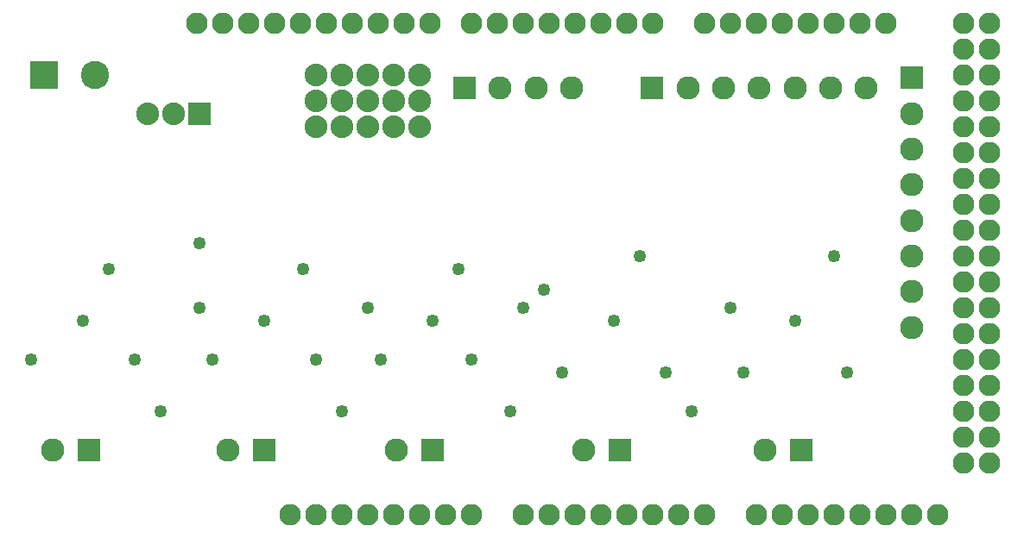
<source format=gbs>
G04 MADE WITH FRITZING*
G04 WWW.FRITZING.ORG*
G04 DOUBLE SIDED*
G04 HOLES PLATED*
G04 CONTOUR ON CENTER OF CONTOUR VECTOR*
%ASAXBY*%
%FSLAX23Y23*%
%MOIN*%
%OFA0B0*%
%SFA1.0B1.0*%
%ADD10C,0.088000*%
%ADD11C,0.090000*%
%ADD12C,0.082917*%
%ADD13C,0.109055*%
%ADD14C,0.049370*%
%ADD15R,0.090000X0.090000*%
%ADD16R,0.088000X0.088000*%
%ADD17R,0.109055X0.109055*%
%LNMASK0*%
G90*
G70*
G54D10*
X1500Y1807D03*
X1500Y1707D03*
X1500Y1607D03*
X1200Y1807D03*
X1200Y1707D03*
X1200Y1607D03*
X1300Y1807D03*
X1300Y1707D03*
X1300Y1607D03*
X1400Y1807D03*
X1400Y1707D03*
X1400Y1607D03*
X1600Y1807D03*
X1600Y1707D03*
X1600Y1607D03*
G54D11*
X3500Y1795D03*
X3500Y1657D03*
X3500Y1519D03*
X3500Y1381D03*
X3500Y1244D03*
X3500Y1106D03*
X3500Y968D03*
X3500Y830D03*
X1775Y1757D03*
X1912Y1757D03*
X2050Y1757D03*
X2188Y1757D03*
G54D10*
X750Y1657D03*
X650Y1657D03*
X550Y1657D03*
G54D12*
X3000Y107D03*
X1400Y107D03*
X3100Y107D03*
X3200Y107D03*
X3300Y107D03*
X3400Y107D03*
X3700Y1507D03*
X3500Y107D03*
X3600Y107D03*
X1440Y2007D03*
X2000Y107D03*
X2100Y107D03*
X2200Y107D03*
X2300Y107D03*
X3700Y707D03*
X2400Y107D03*
X2500Y107D03*
X2600Y107D03*
X2700Y107D03*
X2200Y2007D03*
X3700Y1907D03*
X3700Y1107D03*
X3700Y307D03*
X1040Y2007D03*
X1800Y107D03*
X1800Y2007D03*
X3700Y1707D03*
X3700Y1307D03*
X3700Y907D03*
X3400Y2007D03*
X3700Y507D03*
X3300Y2007D03*
X3200Y2007D03*
X3100Y2007D03*
X3000Y2007D03*
X2900Y2007D03*
X2800Y2007D03*
X2700Y2007D03*
X840Y2007D03*
X1240Y2007D03*
X1640Y2007D03*
X1200Y107D03*
X1600Y107D03*
X2400Y2007D03*
X2000Y2007D03*
X3700Y2007D03*
X3700Y1807D03*
X3700Y1607D03*
X3700Y1407D03*
X3700Y1207D03*
X3700Y1007D03*
X3700Y807D03*
X3700Y607D03*
X3700Y407D03*
X740Y2007D03*
X940Y2007D03*
X1140Y2007D03*
X1340Y2007D03*
X1540Y2007D03*
X1100Y107D03*
X1300Y107D03*
X1500Y107D03*
X1700Y107D03*
X2500Y2007D03*
X2300Y2007D03*
X2100Y2007D03*
X1900Y2007D03*
X3800Y2007D03*
X3800Y1907D03*
X3800Y1807D03*
X3800Y1707D03*
X3800Y1607D03*
X3800Y1507D03*
X3800Y1407D03*
X3800Y1307D03*
X3800Y1207D03*
X3800Y1107D03*
X3800Y1007D03*
X3800Y907D03*
X3800Y807D03*
X3800Y707D03*
X3800Y607D03*
X3800Y507D03*
X3800Y407D03*
X3800Y307D03*
X2900Y107D03*
G54D11*
X2499Y1757D03*
X2637Y1757D03*
X2775Y1757D03*
X2912Y1757D03*
X3050Y1757D03*
X3188Y1757D03*
X3326Y1757D03*
G54D13*
X150Y1807D03*
X347Y1807D03*
G54D11*
X3073Y357D03*
X2935Y357D03*
X2373Y357D03*
X2235Y357D03*
X1650Y357D03*
X1512Y357D03*
X1000Y357D03*
X862Y357D03*
X323Y357D03*
X185Y357D03*
G54D14*
X500Y707D03*
X100Y707D03*
X400Y1057D03*
X800Y707D03*
X1200Y707D03*
X1150Y1057D03*
X1450Y707D03*
X1800Y707D03*
X1750Y1057D03*
X2150Y657D03*
X2550Y657D03*
X2450Y1107D03*
X3200Y1107D03*
X3250Y657D03*
X2850Y657D03*
X300Y857D03*
X1000Y857D03*
X1650Y857D03*
X2350Y857D03*
X3050Y857D03*
X2800Y907D03*
X2650Y507D03*
X1950Y507D03*
X1300Y507D03*
X600Y507D03*
X2000Y907D03*
X1400Y907D03*
X750Y907D03*
X2082Y977D03*
X750Y1157D03*
G54D15*
X3500Y1795D03*
X1775Y1757D03*
G54D16*
X750Y1657D03*
G54D15*
X2499Y1757D03*
G54D17*
X150Y1807D03*
G54D15*
X3073Y357D03*
X2373Y357D03*
X1650Y357D03*
X1000Y357D03*
X323Y357D03*
G04 End of Mask0*
M02*
</source>
